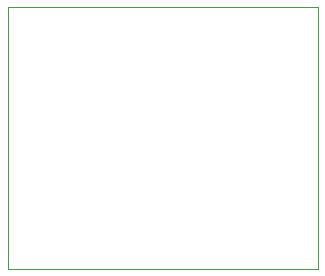
<source format=gbr>
%TF.GenerationSoftware,KiCad,Pcbnew,9.0.3*%
%TF.CreationDate,2025-11-22T12:31:02+05:30*%
%TF.ProjectId,multilayer trial,6d756c74-696c-4617-9965-722074726961,rev?*%
%TF.SameCoordinates,Original*%
%TF.FileFunction,Profile,NP*%
%FSLAX46Y46*%
G04 Gerber Fmt 4.6, Leading zero omitted, Abs format (unit mm)*
G04 Created by KiCad (PCBNEW 9.0.3) date 2025-11-22 12:31:02*
%MOMM*%
%LPD*%
G01*
G04 APERTURE LIST*
%TA.AperFunction,Profile*%
%ADD10C,0.050000*%
%TD*%
G04 APERTURE END LIST*
D10*
X104200000Y-79800000D02*
X130400000Y-79800000D01*
X130400000Y-102000000D01*
X104200000Y-102000000D01*
X104200000Y-79800000D01*
M02*

</source>
